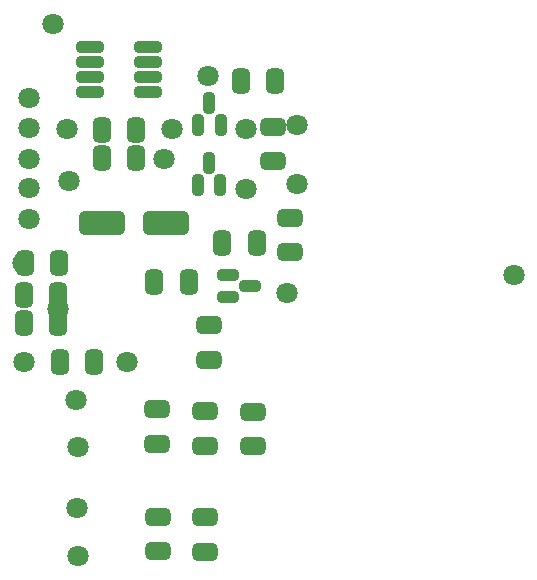
<source format=gbr>
%TF.GenerationSoftware,KiCad,Pcbnew,(6.0.1)*%
%TF.CreationDate,2022-02-20T06:36:07+01:00*%
%TF.ProjectId,OK,4f4b2e6b-6963-4616-945f-706362585858,rev?*%
%TF.SameCoordinates,Original*%
%TF.FileFunction,Soldermask,Top*%
%TF.FilePolarity,Negative*%
%FSLAX46Y46*%
G04 Gerber Fmt 4.6, Leading zero omitted, Abs format (unit mm)*
G04 Created by KiCad (PCBNEW (6.0.1)) date 2022-02-20 06:36:07*
%MOMM*%
%LPD*%
G01*
G04 APERTURE LIST*
G04 Aperture macros list*
%AMRoundRect*
0 Rectangle with rounded corners*
0 $1 Rounding radius*
0 $2 $3 $4 $5 $6 $7 $8 $9 X,Y pos of 4 corners*
0 Add a 4 corners polygon primitive as box body*
4,1,4,$2,$3,$4,$5,$6,$7,$8,$9,$2,$3,0*
0 Add four circle primitives for the rounded corners*
1,1,$1+$1,$2,$3*
1,1,$1+$1,$4,$5*
1,1,$1+$1,$6,$7*
1,1,$1+$1,$8,$9*
0 Add four rect primitives between the rounded corners*
20,1,$1+$1,$2,$3,$4,$5,0*
20,1,$1+$1,$4,$5,$6,$7,0*
20,1,$1+$1,$6,$7,$8,$9,0*
20,1,$1+$1,$8,$9,$2,$3,0*%
G04 Aperture macros list end*
%ADD10C,1.800000*%
%ADD11RoundRect,0.350000X0.150000X-0.587500X0.150000X0.587500X-0.150000X0.587500X-0.150000X-0.587500X0*%
%ADD12RoundRect,0.450000X-0.625000X0.312500X-0.625000X-0.312500X0.625000X-0.312500X0.625000X0.312500X0*%
%ADD13RoundRect,0.450000X0.312500X0.625000X-0.312500X0.625000X-0.312500X-0.625000X0.312500X-0.625000X0*%
%ADD14RoundRect,0.450000X0.625000X-0.312500X0.625000X0.312500X-0.625000X0.312500X-0.625000X-0.312500X0*%
%ADD15RoundRect,0.350000X0.825000X0.150000X-0.825000X0.150000X-0.825000X-0.150000X0.825000X-0.150000X0*%
%ADD16RoundRect,0.450000X-0.312500X-0.625000X0.312500X-0.625000X0.312500X0.625000X-0.312500X0.625000X0*%
%ADD17RoundRect,0.450000X1.500000X0.550000X-1.500000X0.550000X-1.500000X-0.550000X1.500000X-0.550000X0*%
%ADD18RoundRect,0.350000X-0.587500X-0.150000X0.587500X-0.150000X0.587500X0.150000X-0.587500X0.150000X0*%
G04 APERTURE END LIST*
D10*
%TO.C,*%
X113600000Y-65990000D03*
%TD*%
D11*
%TO.C, *%
X119590000Y-45957500D03*
X121490000Y-45957500D03*
X120540000Y-44082500D03*
%TD*%
D10*
%TO.C,*%
X105300000Y-53900000D03*
%TD*%
%TO.C,*%
X123650000Y-51350000D03*
%TD*%
%TO.C,*%
X109400000Y-73200000D03*
%TD*%
D12*
%TO.C, *%
X127370000Y-53787500D03*
X127370000Y-56712500D03*
%TD*%
D10*
%TO.C,*%
X117350000Y-46250000D03*
%TD*%
%TO.C,*%
X120450000Y-41800000D03*
%TD*%
%TO.C,*%
X104850000Y-66050000D03*
%TD*%
D13*
%TO.C, *%
X115857500Y-59250000D03*
X118782500Y-59250000D03*
%TD*%
D14*
%TO.C, *%
X120160000Y-79157500D03*
X120160000Y-82082500D03*
%TD*%
D15*
%TO.C, *%
X115345000Y-43165000D03*
X110395000Y-43165000D03*
X115345000Y-39355000D03*
X110395000Y-40625000D03*
X115345000Y-40625000D03*
X115345000Y-41895000D03*
X110395000Y-41895000D03*
X110395000Y-39355000D03*
%TD*%
D10*
%TO.C,*%
X123600000Y-46250000D03*
%TD*%
D12*
%TO.C, *%
X125940000Y-49022500D03*
X125940000Y-46097500D03*
%TD*%
D13*
%TO.C, *%
X123187500Y-42220000D03*
X126112500Y-42220000D03*
%TD*%
D14*
%TO.C, *%
X120530000Y-65832500D03*
X120530000Y-62907500D03*
%TD*%
D16*
%TO.C, *%
X121637500Y-55910000D03*
X124562500Y-55910000D03*
%TD*%
D10*
%TO.C,*%
X105300000Y-51300000D03*
%TD*%
%TO.C,*%
X128000000Y-45950000D03*
%TD*%
%TO.C,*%
X107700000Y-61550000D03*
%TD*%
%TO.C,*%
X107300000Y-37400000D03*
%TD*%
D14*
%TO.C, *%
X116210000Y-79127500D03*
X116210000Y-82052500D03*
%TD*%
%TO.C, *%
X116100000Y-70007500D03*
X116100000Y-72932500D03*
%TD*%
D10*
%TO.C,*%
X146300000Y-58650000D03*
%TD*%
%TO.C,*%
X127100000Y-60200000D03*
%TD*%
%TO.C,*%
X109350000Y-78400000D03*
%TD*%
%TO.C,*%
X108650000Y-50700000D03*
%TD*%
D17*
%TO.C, *%
X111470000Y-54240000D03*
X116870000Y-54240000D03*
%TD*%
D18*
%TO.C, *%
X122112500Y-58650000D03*
X122112500Y-60550000D03*
X123987500Y-59600000D03*
%TD*%
D13*
%TO.C, *%
X114362500Y-48780000D03*
X111437500Y-48780000D03*
%TD*%
D10*
%TO.C,*%
X105300000Y-46200000D03*
%TD*%
D14*
%TO.C, *%
X120160000Y-70185000D03*
X120160000Y-73110000D03*
%TD*%
D16*
%TO.C, *%
X110782500Y-65980000D03*
X107857500Y-65980000D03*
%TD*%
D10*
%TO.C,*%
X105300000Y-48850000D03*
%TD*%
%TO.C,*%
X128000000Y-50950000D03*
%TD*%
D11*
%TO.C, *%
X119570000Y-51067500D03*
X121470000Y-51067500D03*
X120520000Y-49192500D03*
%TD*%
D13*
%TO.C, *%
X107762500Y-62700000D03*
X104837500Y-62700000D03*
%TD*%
D10*
%TO.C,*%
X105250000Y-43650000D03*
%TD*%
D14*
%TO.C, *%
X124220000Y-70217500D03*
X124220000Y-73142500D03*
%TD*%
D10*
%TO.C,*%
X109450000Y-82400000D03*
%TD*%
D13*
%TO.C, *%
X104837500Y-60340000D03*
X107762500Y-60340000D03*
%TD*%
D10*
%TO.C,*%
X116700000Y-48800000D03*
%TD*%
%TO.C,*%
X104796782Y-57644458D03*
%TD*%
%TO.C,*%
X108448630Y-46298630D03*
%TD*%
%TO.C,*%
X109250000Y-69200000D03*
%TD*%
D13*
%TO.C, *%
X114362500Y-46350000D03*
X111437500Y-46350000D03*
%TD*%
%TO.C, *%
X104907500Y-57660000D03*
X107832500Y-57660000D03*
%TD*%
M02*

</source>
